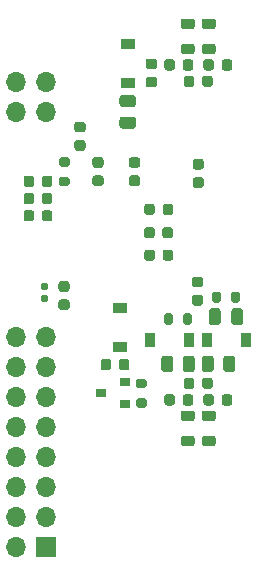
<source format=gbr>
%TF.GenerationSoftware,KiCad,Pcbnew,(5.1.9)-1*%
%TF.CreationDate,2021-07-06T15:26:55+07:00*%
%TF.ProjectId,A2B,4132422e-6b69-4636-9164-5f7063625858,2*%
%TF.SameCoordinates,Original*%
%TF.FileFunction,Soldermask,Bot*%
%TF.FilePolarity,Negative*%
%FSLAX46Y46*%
G04 Gerber Fmt 4.6, Leading zero omitted, Abs format (unit mm)*
G04 Created by KiCad (PCBNEW (5.1.9)-1) date 2021-07-06 15:26:55*
%MOMM*%
%LPD*%
G01*
G04 APERTURE LIST*
%ADD10O,1.700000X1.700000*%
%ADD11R,1.700000X1.700000*%
%ADD12R,1.200000X0.900000*%
%ADD13R,0.900000X0.800000*%
%ADD14R,0.900000X1.200000*%
G04 APERTURE END LIST*
D10*
%TO.C,D3*%
X115265200Y-53505100D03*
X112725200Y-53505100D03*
X115265200Y-50965100D03*
X112725200Y-50965100D03*
D11*
X115265200Y-90335100D03*
D10*
X112725200Y-90335100D03*
X115265200Y-87795100D03*
X112725200Y-87795100D03*
X115265200Y-85255100D03*
X112725200Y-85255100D03*
X115265200Y-82715100D03*
X112725200Y-82715100D03*
X115265200Y-80175100D03*
X112725200Y-80175100D03*
X115265200Y-77635100D03*
X112725200Y-77635100D03*
X115265200Y-75095100D03*
X112725200Y-75095100D03*
X115265200Y-72555100D03*
X112725200Y-72555100D03*
%TD*%
%TO.C,C1*%
G36*
G01*
X113346500Y-59595500D02*
X113346500Y-59095500D01*
G75*
G02*
X113571500Y-58870500I225000J0D01*
G01*
X114021500Y-58870500D01*
G75*
G02*
X114246500Y-59095500I0J-225000D01*
G01*
X114246500Y-59595500D01*
G75*
G02*
X114021500Y-59820500I-225000J0D01*
G01*
X113571500Y-59820500D01*
G75*
G02*
X113346500Y-59595500I0J225000D01*
G01*
G37*
G36*
G01*
X114896500Y-59595500D02*
X114896500Y-59095500D01*
G75*
G02*
X115121500Y-58870500I225000J0D01*
G01*
X115571500Y-58870500D01*
G75*
G02*
X115796500Y-59095500I0J-225000D01*
G01*
X115796500Y-59595500D01*
G75*
G02*
X115571500Y-59820500I-225000J0D01*
G01*
X115121500Y-59820500D01*
G75*
G02*
X114896500Y-59595500I0J225000D01*
G01*
G37*
%TD*%
%TO.C,C3*%
G36*
G01*
X113346500Y-62516500D02*
X113346500Y-62016500D01*
G75*
G02*
X113571500Y-61791500I225000J0D01*
G01*
X114021500Y-61791500D01*
G75*
G02*
X114246500Y-62016500I0J-225000D01*
G01*
X114246500Y-62516500D01*
G75*
G02*
X114021500Y-62741500I-225000J0D01*
G01*
X113571500Y-62741500D01*
G75*
G02*
X113346500Y-62516500I0J225000D01*
G01*
G37*
G36*
G01*
X114896500Y-62516500D02*
X114896500Y-62016500D01*
G75*
G02*
X115121500Y-61791500I225000J0D01*
G01*
X115571500Y-61791500D01*
G75*
G02*
X115796500Y-62016500I0J-225000D01*
G01*
X115796500Y-62516500D01*
G75*
G02*
X115571500Y-62741500I-225000J0D01*
G01*
X115121500Y-62741500D01*
G75*
G02*
X114896500Y-62516500I0J225000D01*
G01*
G37*
%TD*%
%TO.C,C8*%
G36*
G01*
X113346500Y-61056000D02*
X113346500Y-60556000D01*
G75*
G02*
X113571500Y-60331000I225000J0D01*
G01*
X114021500Y-60331000D01*
G75*
G02*
X114246500Y-60556000I0J-225000D01*
G01*
X114246500Y-61056000D01*
G75*
G02*
X114021500Y-61281000I-225000J0D01*
G01*
X113571500Y-61281000D01*
G75*
G02*
X113346500Y-61056000I0J225000D01*
G01*
G37*
G36*
G01*
X114896500Y-61056000D02*
X114896500Y-60556000D01*
G75*
G02*
X115121500Y-60331000I225000J0D01*
G01*
X115571500Y-60331000D01*
G75*
G02*
X115796500Y-60556000I0J-225000D01*
G01*
X115796500Y-61056000D01*
G75*
G02*
X115571500Y-61281000I-225000J0D01*
G01*
X115121500Y-61281000D01*
G75*
G02*
X114896500Y-61056000I0J225000D01*
G01*
G37*
%TD*%
%TO.C,C9*%
G36*
G01*
X117026500Y-68699500D02*
X116526500Y-68699500D01*
G75*
G02*
X116301500Y-68474500I0J225000D01*
G01*
X116301500Y-68024500D01*
G75*
G02*
X116526500Y-67799500I225000J0D01*
G01*
X117026500Y-67799500D01*
G75*
G02*
X117251500Y-68024500I0J-225000D01*
G01*
X117251500Y-68474500D01*
G75*
G02*
X117026500Y-68699500I-225000J0D01*
G01*
G37*
G36*
G01*
X117026500Y-70249500D02*
X116526500Y-70249500D01*
G75*
G02*
X116301500Y-70024500I0J225000D01*
G01*
X116301500Y-69574500D01*
G75*
G02*
X116526500Y-69349500I225000J0D01*
G01*
X117026500Y-69349500D01*
G75*
G02*
X117251500Y-69574500I0J-225000D01*
G01*
X117251500Y-70024500D01*
G75*
G02*
X117026500Y-70249500I-225000J0D01*
G01*
G37*
%TD*%
%TO.C,C20*%
G36*
G01*
X126002500Y-63440500D02*
X126002500Y-63940500D01*
G75*
G02*
X125777500Y-64165500I-225000J0D01*
G01*
X125327500Y-64165500D01*
G75*
G02*
X125102500Y-63940500I0J225000D01*
G01*
X125102500Y-63440500D01*
G75*
G02*
X125327500Y-63215500I225000J0D01*
G01*
X125777500Y-63215500D01*
G75*
G02*
X126002500Y-63440500I0J-225000D01*
G01*
G37*
G36*
G01*
X124452500Y-63440500D02*
X124452500Y-63940500D01*
G75*
G02*
X124227500Y-64165500I-225000J0D01*
G01*
X123777500Y-64165500D01*
G75*
G02*
X123552500Y-63940500I0J225000D01*
G01*
X123552500Y-63440500D01*
G75*
G02*
X123777500Y-63215500I225000J0D01*
G01*
X124227500Y-63215500D01*
G75*
G02*
X124452500Y-63440500I0J-225000D01*
G01*
G37*
%TD*%
%TO.C,C21*%
G36*
G01*
X123570000Y-61972000D02*
X123570000Y-61472000D01*
G75*
G02*
X123795000Y-61247000I225000J0D01*
G01*
X124245000Y-61247000D01*
G75*
G02*
X124470000Y-61472000I0J-225000D01*
G01*
X124470000Y-61972000D01*
G75*
G02*
X124245000Y-62197000I-225000J0D01*
G01*
X123795000Y-62197000D01*
G75*
G02*
X123570000Y-61972000I0J225000D01*
G01*
G37*
G36*
G01*
X125120000Y-61972000D02*
X125120000Y-61472000D01*
G75*
G02*
X125345000Y-61247000I225000J0D01*
G01*
X125795000Y-61247000D01*
G75*
G02*
X126020000Y-61472000I0J-225000D01*
G01*
X126020000Y-61972000D01*
G75*
G02*
X125795000Y-62197000I-225000J0D01*
G01*
X125345000Y-62197000D01*
G75*
G02*
X125120000Y-61972000I0J225000D01*
G01*
G37*
%TD*%
%TO.C,C22*%
G36*
G01*
X126020000Y-65345500D02*
X126020000Y-65845500D01*
G75*
G02*
X125795000Y-66070500I-225000J0D01*
G01*
X125345000Y-66070500D01*
G75*
G02*
X125120000Y-65845500I0J225000D01*
G01*
X125120000Y-65345500D01*
G75*
G02*
X125345000Y-65120500I225000J0D01*
G01*
X125795000Y-65120500D01*
G75*
G02*
X126020000Y-65345500I0J-225000D01*
G01*
G37*
G36*
G01*
X124470000Y-65345500D02*
X124470000Y-65845500D01*
G75*
G02*
X124245000Y-66070500I-225000J0D01*
G01*
X123795000Y-66070500D01*
G75*
G02*
X123570000Y-65845500I0J225000D01*
G01*
X123570000Y-65345500D01*
G75*
G02*
X123795000Y-65120500I225000J0D01*
G01*
X124245000Y-65120500D01*
G75*
G02*
X124470000Y-65345500I0J-225000D01*
G01*
G37*
%TD*%
%TO.C,C23*%
G36*
G01*
X119401500Y-57295000D02*
X119901500Y-57295000D01*
G75*
G02*
X120126500Y-57520000I0J-225000D01*
G01*
X120126500Y-57970000D01*
G75*
G02*
X119901500Y-58195000I-225000J0D01*
G01*
X119401500Y-58195000D01*
G75*
G02*
X119176500Y-57970000I0J225000D01*
G01*
X119176500Y-57520000D01*
G75*
G02*
X119401500Y-57295000I225000J0D01*
G01*
G37*
G36*
G01*
X119401500Y-58845000D02*
X119901500Y-58845000D01*
G75*
G02*
X120126500Y-59070000I0J-225000D01*
G01*
X120126500Y-59520000D01*
G75*
G02*
X119901500Y-59745000I-225000J0D01*
G01*
X119401500Y-59745000D01*
G75*
G02*
X119176500Y-59520000I0J225000D01*
G01*
X119176500Y-59070000D01*
G75*
G02*
X119401500Y-58845000I225000J0D01*
G01*
G37*
%TD*%
%TO.C,C24*%
G36*
G01*
X122495500Y-57295000D02*
X122995500Y-57295000D01*
G75*
G02*
X123220500Y-57520000I0J-225000D01*
G01*
X123220500Y-57970000D01*
G75*
G02*
X122995500Y-58195000I-225000J0D01*
G01*
X122495500Y-58195000D01*
G75*
G02*
X122270500Y-57970000I0J225000D01*
G01*
X122270500Y-57520000D01*
G75*
G02*
X122495500Y-57295000I225000J0D01*
G01*
G37*
G36*
G01*
X122495500Y-58845000D02*
X122995500Y-58845000D01*
G75*
G02*
X123220500Y-59070000I0J-225000D01*
G01*
X123220500Y-59520000D01*
G75*
G02*
X122995500Y-59745000I-225000J0D01*
G01*
X122495500Y-59745000D01*
G75*
G02*
X122270500Y-59520000I0J225000D01*
G01*
X122270500Y-59070000D01*
G75*
G02*
X122495500Y-58845000I225000J0D01*
G01*
G37*
%TD*%
%TO.C,C26*%
G36*
G01*
X123921000Y-48949500D02*
X124421000Y-48949500D01*
G75*
G02*
X124646000Y-49174500I0J-225000D01*
G01*
X124646000Y-49624500D01*
G75*
G02*
X124421000Y-49849500I-225000J0D01*
G01*
X123921000Y-49849500D01*
G75*
G02*
X123696000Y-49624500I0J225000D01*
G01*
X123696000Y-49174500D01*
G75*
G02*
X123921000Y-48949500I225000J0D01*
G01*
G37*
G36*
G01*
X123921000Y-50499500D02*
X124421000Y-50499500D01*
G75*
G02*
X124646000Y-50724500I0J-225000D01*
G01*
X124646000Y-51174500D01*
G75*
G02*
X124421000Y-51399500I-225000J0D01*
G01*
X123921000Y-51399500D01*
G75*
G02*
X123696000Y-51174500I0J225000D01*
G01*
X123696000Y-50724500D01*
G75*
G02*
X123921000Y-50499500I225000J0D01*
G01*
G37*
%TD*%
%TO.C,C27*%
G36*
G01*
X118377500Y-56760500D02*
X117877500Y-56760500D01*
G75*
G02*
X117652500Y-56535500I0J225000D01*
G01*
X117652500Y-56085500D01*
G75*
G02*
X117877500Y-55860500I225000J0D01*
G01*
X118377500Y-55860500D01*
G75*
G02*
X118602500Y-56085500I0J-225000D01*
G01*
X118602500Y-56535500D01*
G75*
G02*
X118377500Y-56760500I-225000J0D01*
G01*
G37*
G36*
G01*
X118377500Y-55210500D02*
X117877500Y-55210500D01*
G75*
G02*
X117652500Y-54985500I0J225000D01*
G01*
X117652500Y-54535500D01*
G75*
G02*
X117877500Y-54310500I225000J0D01*
G01*
X118377500Y-54310500D01*
G75*
G02*
X118602500Y-54535500I0J-225000D01*
G01*
X118602500Y-54985500D01*
G75*
G02*
X118377500Y-55210500I-225000J0D01*
G01*
G37*
%TD*%
%TO.C,C28*%
G36*
G01*
X127893000Y-58999000D02*
X128393000Y-58999000D01*
G75*
G02*
X128618000Y-59224000I0J-225000D01*
G01*
X128618000Y-59674000D01*
G75*
G02*
X128393000Y-59899000I-225000J0D01*
G01*
X127893000Y-59899000D01*
G75*
G02*
X127668000Y-59674000I0J225000D01*
G01*
X127668000Y-59224000D01*
G75*
G02*
X127893000Y-58999000I225000J0D01*
G01*
G37*
G36*
G01*
X127893000Y-57449000D02*
X128393000Y-57449000D01*
G75*
G02*
X128618000Y-57674000I0J-225000D01*
G01*
X128618000Y-58124000D01*
G75*
G02*
X128393000Y-58349000I-225000J0D01*
G01*
X127893000Y-58349000D01*
G75*
G02*
X127668000Y-58124000I0J225000D01*
G01*
X127668000Y-57674000D01*
G75*
G02*
X127893000Y-57449000I225000J0D01*
G01*
G37*
%TD*%
%TO.C,C29*%
G36*
G01*
X128329500Y-68318500D02*
X127829500Y-68318500D01*
G75*
G02*
X127604500Y-68093500I0J225000D01*
G01*
X127604500Y-67643500D01*
G75*
G02*
X127829500Y-67418500I225000J0D01*
G01*
X128329500Y-67418500D01*
G75*
G02*
X128554500Y-67643500I0J-225000D01*
G01*
X128554500Y-68093500D01*
G75*
G02*
X128329500Y-68318500I-225000J0D01*
G01*
G37*
G36*
G01*
X128329500Y-69868500D02*
X127829500Y-69868500D01*
G75*
G02*
X127604500Y-69643500I0J225000D01*
G01*
X127604500Y-69193500D01*
G75*
G02*
X127829500Y-68968500I225000J0D01*
G01*
X128329500Y-68968500D01*
G75*
G02*
X128554500Y-69193500I0J-225000D01*
G01*
X128554500Y-69643500D01*
G75*
G02*
X128329500Y-69868500I-225000J0D01*
G01*
G37*
%TD*%
%TO.C,C45*%
G36*
G01*
X125267000Y-49737000D02*
X125267000Y-49237000D01*
G75*
G02*
X125492000Y-49012000I225000J0D01*
G01*
X125942000Y-49012000D01*
G75*
G02*
X126167000Y-49237000I0J-225000D01*
G01*
X126167000Y-49737000D01*
G75*
G02*
X125942000Y-49962000I-225000J0D01*
G01*
X125492000Y-49962000D01*
G75*
G02*
X125267000Y-49737000I0J225000D01*
G01*
G37*
G36*
G01*
X126817000Y-49737000D02*
X126817000Y-49237000D01*
G75*
G02*
X127042000Y-49012000I225000J0D01*
G01*
X127492000Y-49012000D01*
G75*
G02*
X127717000Y-49237000I0J-225000D01*
G01*
X127717000Y-49737000D01*
G75*
G02*
X127492000Y-49962000I-225000J0D01*
G01*
X127042000Y-49962000D01*
G75*
G02*
X126817000Y-49737000I0J225000D01*
G01*
G37*
%TD*%
%TO.C,C48*%
G36*
G01*
X129469000Y-49237000D02*
X129469000Y-49737000D01*
G75*
G02*
X129244000Y-49962000I-225000J0D01*
G01*
X128794000Y-49962000D01*
G75*
G02*
X128569000Y-49737000I0J225000D01*
G01*
X128569000Y-49237000D01*
G75*
G02*
X128794000Y-49012000I225000J0D01*
G01*
X129244000Y-49012000D01*
G75*
G02*
X129469000Y-49237000I0J-225000D01*
G01*
G37*
G36*
G01*
X131019000Y-49237000D02*
X131019000Y-49737000D01*
G75*
G02*
X130794000Y-49962000I-225000J0D01*
G01*
X130344000Y-49962000D01*
G75*
G02*
X130119000Y-49737000I0J225000D01*
G01*
X130119000Y-49237000D01*
G75*
G02*
X130344000Y-49012000I225000J0D01*
G01*
X130794000Y-49012000D01*
G75*
G02*
X131019000Y-49237000I0J-225000D01*
G01*
G37*
%TD*%
%TO.C,C49*%
G36*
G01*
X126918000Y-76704000D02*
X126918000Y-76204000D01*
G75*
G02*
X127143000Y-75979000I225000J0D01*
G01*
X127593000Y-75979000D01*
G75*
G02*
X127818000Y-76204000I0J-225000D01*
G01*
X127818000Y-76704000D01*
G75*
G02*
X127593000Y-76929000I-225000J0D01*
G01*
X127143000Y-76929000D01*
G75*
G02*
X126918000Y-76704000I0J225000D01*
G01*
G37*
G36*
G01*
X128468000Y-76704000D02*
X128468000Y-76204000D01*
G75*
G02*
X128693000Y-75979000I225000J0D01*
G01*
X129143000Y-75979000D01*
G75*
G02*
X129368000Y-76204000I0J-225000D01*
G01*
X129368000Y-76704000D01*
G75*
G02*
X129143000Y-76929000I-225000J0D01*
G01*
X128693000Y-76929000D01*
G75*
G02*
X128468000Y-76704000I0J225000D01*
G01*
G37*
%TD*%
%TO.C,C50*%
G36*
G01*
X129368000Y-50634000D02*
X129368000Y-51134000D01*
G75*
G02*
X129143000Y-51359000I-225000J0D01*
G01*
X128693000Y-51359000D01*
G75*
G02*
X128468000Y-51134000I0J225000D01*
G01*
X128468000Y-50634000D01*
G75*
G02*
X128693000Y-50409000I225000J0D01*
G01*
X129143000Y-50409000D01*
G75*
G02*
X129368000Y-50634000I0J-225000D01*
G01*
G37*
G36*
G01*
X127818000Y-50634000D02*
X127818000Y-51134000D01*
G75*
G02*
X127593000Y-51359000I-225000J0D01*
G01*
X127143000Y-51359000D01*
G75*
G02*
X126918000Y-51134000I0J225000D01*
G01*
X126918000Y-50634000D01*
G75*
G02*
X127143000Y-50409000I225000J0D01*
G01*
X127593000Y-50409000D01*
G75*
G02*
X127818000Y-50634000I0J-225000D01*
G01*
G37*
%TD*%
D12*
%TO.C,D2*%
X122202500Y-50999000D03*
X122202500Y-47699000D03*
%TD*%
%TO.C,FB1*%
G36*
G01*
X114953000Y-68960500D02*
X115298000Y-68960500D01*
G75*
G02*
X115445500Y-69108000I0J-147500D01*
G01*
X115445500Y-69403000D01*
G75*
G02*
X115298000Y-69550500I-147500J0D01*
G01*
X114953000Y-69550500D01*
G75*
G02*
X114805500Y-69403000I0J147500D01*
G01*
X114805500Y-69108000D01*
G75*
G02*
X114953000Y-68960500I147500J0D01*
G01*
G37*
G36*
G01*
X114953000Y-67990500D02*
X115298000Y-67990500D01*
G75*
G02*
X115445500Y-68138000I0J-147500D01*
G01*
X115445500Y-68433000D01*
G75*
G02*
X115298000Y-68580500I-147500J0D01*
G01*
X114953000Y-68580500D01*
G75*
G02*
X114805500Y-68433000I0J147500D01*
G01*
X114805500Y-68138000D01*
G75*
G02*
X114953000Y-67990500I147500J0D01*
G01*
G37*
%TD*%
%TO.C,L7*%
G36*
G01*
X129413250Y-79639000D02*
X128650750Y-79639000D01*
G75*
G02*
X128432000Y-79420250I0J218750D01*
G01*
X128432000Y-78982750D01*
G75*
G02*
X128650750Y-78764000I218750J0D01*
G01*
X129413250Y-78764000D01*
G75*
G02*
X129632000Y-78982750I0J-218750D01*
G01*
X129632000Y-79420250D01*
G75*
G02*
X129413250Y-79639000I-218750J0D01*
G01*
G37*
G36*
G01*
X129413250Y-81764000D02*
X128650750Y-81764000D01*
G75*
G02*
X128432000Y-81545250I0J218750D01*
G01*
X128432000Y-81107750D01*
G75*
G02*
X128650750Y-80889000I218750J0D01*
G01*
X129413250Y-80889000D01*
G75*
G02*
X129632000Y-81107750I0J-218750D01*
G01*
X129632000Y-81545250D01*
G75*
G02*
X129413250Y-81764000I-218750J0D01*
G01*
G37*
%TD*%
%TO.C,L8*%
G36*
G01*
X126872750Y-78764000D02*
X127635250Y-78764000D01*
G75*
G02*
X127854000Y-78982750I0J-218750D01*
G01*
X127854000Y-79420250D01*
G75*
G02*
X127635250Y-79639000I-218750J0D01*
G01*
X126872750Y-79639000D01*
G75*
G02*
X126654000Y-79420250I0J218750D01*
G01*
X126654000Y-78982750D01*
G75*
G02*
X126872750Y-78764000I218750J0D01*
G01*
G37*
G36*
G01*
X126872750Y-80889000D02*
X127635250Y-80889000D01*
G75*
G02*
X127854000Y-81107750I0J-218750D01*
G01*
X127854000Y-81545250D01*
G75*
G02*
X127635250Y-81764000I-218750J0D01*
G01*
X126872750Y-81764000D01*
G75*
G02*
X126654000Y-81545250I0J218750D01*
G01*
X126654000Y-81107750D01*
G75*
G02*
X126872750Y-80889000I218750J0D01*
G01*
G37*
%TD*%
%TO.C,L9*%
G36*
G01*
X126872750Y-45574000D02*
X127635250Y-45574000D01*
G75*
G02*
X127854000Y-45792750I0J-218750D01*
G01*
X127854000Y-46230250D01*
G75*
G02*
X127635250Y-46449000I-218750J0D01*
G01*
X126872750Y-46449000D01*
G75*
G02*
X126654000Y-46230250I0J218750D01*
G01*
X126654000Y-45792750D01*
G75*
G02*
X126872750Y-45574000I218750J0D01*
G01*
G37*
G36*
G01*
X126872750Y-47699000D02*
X127635250Y-47699000D01*
G75*
G02*
X127854000Y-47917750I0J-218750D01*
G01*
X127854000Y-48355250D01*
G75*
G02*
X127635250Y-48574000I-218750J0D01*
G01*
X126872750Y-48574000D01*
G75*
G02*
X126654000Y-48355250I0J218750D01*
G01*
X126654000Y-47917750D01*
G75*
G02*
X126872750Y-47699000I218750J0D01*
G01*
G37*
%TD*%
%TO.C,L10*%
G36*
G01*
X129413250Y-46449000D02*
X128650750Y-46449000D01*
G75*
G02*
X128432000Y-46230250I0J218750D01*
G01*
X128432000Y-45792750D01*
G75*
G02*
X128650750Y-45574000I218750J0D01*
G01*
X129413250Y-45574000D01*
G75*
G02*
X129632000Y-45792750I0J-218750D01*
G01*
X129632000Y-46230250D01*
G75*
G02*
X129413250Y-46449000I-218750J0D01*
G01*
G37*
G36*
G01*
X129413250Y-48574000D02*
X128650750Y-48574000D01*
G75*
G02*
X128432000Y-48355250I0J218750D01*
G01*
X128432000Y-47917750D01*
G75*
G02*
X128650750Y-47699000I218750J0D01*
G01*
X129413250Y-47699000D01*
G75*
G02*
X129632000Y-47917750I0J-218750D01*
G01*
X129632000Y-48355250D01*
G75*
G02*
X129413250Y-48574000I-218750J0D01*
G01*
G37*
%TD*%
%TO.C,R7*%
G36*
G01*
X117069000Y-59745000D02*
X116519000Y-59745000D01*
G75*
G02*
X116319000Y-59545000I0J200000D01*
G01*
X116319000Y-59145000D01*
G75*
G02*
X116519000Y-58945000I200000J0D01*
G01*
X117069000Y-58945000D01*
G75*
G02*
X117269000Y-59145000I0J-200000D01*
G01*
X117269000Y-59545000D01*
G75*
G02*
X117069000Y-59745000I-200000J0D01*
G01*
G37*
G36*
G01*
X117069000Y-58095000D02*
X116519000Y-58095000D01*
G75*
G02*
X116319000Y-57895000I0J200000D01*
G01*
X116319000Y-57495000D01*
G75*
G02*
X116519000Y-57295000I200000J0D01*
G01*
X117069000Y-57295000D01*
G75*
G02*
X117269000Y-57495000I0J-200000D01*
G01*
X117269000Y-57895000D01*
G75*
G02*
X117069000Y-58095000I-200000J0D01*
G01*
G37*
%TD*%
%TO.C,R12*%
G36*
G01*
X121723998Y-52042000D02*
X122624002Y-52042000D01*
G75*
G02*
X122874000Y-52291998I0J-249998D01*
G01*
X122874000Y-52817002D01*
G75*
G02*
X122624002Y-53067000I-249998J0D01*
G01*
X121723998Y-53067000D01*
G75*
G02*
X121474000Y-52817002I0J249998D01*
G01*
X121474000Y-52291998D01*
G75*
G02*
X121723998Y-52042000I249998J0D01*
G01*
G37*
G36*
G01*
X121723998Y-53867000D02*
X122624002Y-53867000D01*
G75*
G02*
X122874000Y-54116998I0J-249998D01*
G01*
X122874000Y-54642002D01*
G75*
G02*
X122624002Y-54892000I-249998J0D01*
G01*
X121723998Y-54892000D01*
G75*
G02*
X121474000Y-54642002I0J249998D01*
G01*
X121474000Y-54116998D01*
G75*
G02*
X121723998Y-53867000I249998J0D01*
G01*
G37*
%TD*%
%TO.C,C2*%
G36*
G01*
X122319500Y-74616500D02*
X122319500Y-75116500D01*
G75*
G02*
X122094500Y-75341500I-225000J0D01*
G01*
X121644500Y-75341500D01*
G75*
G02*
X121419500Y-75116500I0J225000D01*
G01*
X121419500Y-74616500D01*
G75*
G02*
X121644500Y-74391500I225000J0D01*
G01*
X122094500Y-74391500D01*
G75*
G02*
X122319500Y-74616500I0J-225000D01*
G01*
G37*
G36*
G01*
X120769500Y-74616500D02*
X120769500Y-75116500D01*
G75*
G02*
X120544500Y-75341500I-225000J0D01*
G01*
X120094500Y-75341500D01*
G75*
G02*
X119869500Y-75116500I0J225000D01*
G01*
X119869500Y-74616500D01*
G75*
G02*
X120094500Y-74391500I225000J0D01*
G01*
X120544500Y-74391500D01*
G75*
G02*
X120769500Y-74616500I0J-225000D01*
G01*
G37*
%TD*%
%TO.C,C4*%
G36*
G01*
X129469000Y-77601000D02*
X129469000Y-78101000D01*
G75*
G02*
X129244000Y-78326000I-225000J0D01*
G01*
X128794000Y-78326000D01*
G75*
G02*
X128569000Y-78101000I0J225000D01*
G01*
X128569000Y-77601000D01*
G75*
G02*
X128794000Y-77376000I225000J0D01*
G01*
X129244000Y-77376000D01*
G75*
G02*
X129469000Y-77601000I0J-225000D01*
G01*
G37*
G36*
G01*
X131019000Y-77601000D02*
X131019000Y-78101000D01*
G75*
G02*
X130794000Y-78326000I-225000J0D01*
G01*
X130344000Y-78326000D01*
G75*
G02*
X130119000Y-78101000I0J225000D01*
G01*
X130119000Y-77601000D01*
G75*
G02*
X130344000Y-77376000I225000J0D01*
G01*
X130794000Y-77376000D01*
G75*
G02*
X131019000Y-77601000I0J-225000D01*
G01*
G37*
%TD*%
%TO.C,C5*%
G36*
G01*
X125267000Y-78101000D02*
X125267000Y-77601000D01*
G75*
G02*
X125492000Y-77376000I225000J0D01*
G01*
X125942000Y-77376000D01*
G75*
G02*
X126167000Y-77601000I0J-225000D01*
G01*
X126167000Y-78101000D01*
G75*
G02*
X125942000Y-78326000I-225000J0D01*
G01*
X125492000Y-78326000D01*
G75*
G02*
X125267000Y-78101000I0J225000D01*
G01*
G37*
G36*
G01*
X126817000Y-78101000D02*
X126817000Y-77601000D01*
G75*
G02*
X127042000Y-77376000I225000J0D01*
G01*
X127492000Y-77376000D01*
G75*
G02*
X127717000Y-77601000I0J-225000D01*
G01*
X127717000Y-78101000D01*
G75*
G02*
X127492000Y-78326000I-225000J0D01*
G01*
X127042000Y-78326000D01*
G75*
G02*
X126817000Y-78101000I0J225000D01*
G01*
G37*
%TD*%
%TO.C,C6*%
G36*
G01*
X129042500Y-71277500D02*
X129042500Y-70327500D01*
G75*
G02*
X129292500Y-70077500I250000J0D01*
G01*
X129792500Y-70077500D01*
G75*
G02*
X130042500Y-70327500I0J-250000D01*
G01*
X130042500Y-71277500D01*
G75*
G02*
X129792500Y-71527500I-250000J0D01*
G01*
X129292500Y-71527500D01*
G75*
G02*
X129042500Y-71277500I0J250000D01*
G01*
G37*
G36*
G01*
X130942500Y-71277500D02*
X130942500Y-70327500D01*
G75*
G02*
X131192500Y-70077500I250000J0D01*
G01*
X131692500Y-70077500D01*
G75*
G02*
X131942500Y-70327500I0J-250000D01*
G01*
X131942500Y-71277500D01*
G75*
G02*
X131692500Y-71527500I-250000J0D01*
G01*
X131192500Y-71527500D01*
G75*
G02*
X130942500Y-71277500I0J250000D01*
G01*
G37*
%TD*%
D13*
%TO.C,Q2*%
X121904000Y-76329500D03*
X121904000Y-78229500D03*
X119904000Y-77279500D03*
%TD*%
%TO.C,R18*%
G36*
G01*
X123042000Y-77704500D02*
X123592000Y-77704500D01*
G75*
G02*
X123792000Y-77904500I0J-200000D01*
G01*
X123792000Y-78304500D01*
G75*
G02*
X123592000Y-78504500I-200000J0D01*
G01*
X123042000Y-78504500D01*
G75*
G02*
X122842000Y-78304500I0J200000D01*
G01*
X122842000Y-77904500D01*
G75*
G02*
X123042000Y-77704500I200000J0D01*
G01*
G37*
G36*
G01*
X123042000Y-76054500D02*
X123592000Y-76054500D01*
G75*
G02*
X123792000Y-76254500I0J-200000D01*
G01*
X123792000Y-76654500D01*
G75*
G02*
X123592000Y-76854500I-200000J0D01*
G01*
X123042000Y-76854500D01*
G75*
G02*
X122842000Y-76654500I0J200000D01*
G01*
X122842000Y-76254500D01*
G75*
G02*
X123042000Y-76054500I200000J0D01*
G01*
G37*
%TD*%
%TO.C,R19*%
G36*
G01*
X127653500Y-70718000D02*
X127653500Y-71268000D01*
G75*
G02*
X127453500Y-71468000I-200000J0D01*
G01*
X127053500Y-71468000D01*
G75*
G02*
X126853500Y-71268000I0J200000D01*
G01*
X126853500Y-70718000D01*
G75*
G02*
X127053500Y-70518000I200000J0D01*
G01*
X127453500Y-70518000D01*
G75*
G02*
X127653500Y-70718000I0J-200000D01*
G01*
G37*
G36*
G01*
X126003500Y-70718000D02*
X126003500Y-71268000D01*
G75*
G02*
X125803500Y-71468000I-200000J0D01*
G01*
X125403500Y-71468000D01*
G75*
G02*
X125203500Y-71268000I0J200000D01*
G01*
X125203500Y-70718000D01*
G75*
G02*
X125403500Y-70518000I200000J0D01*
G01*
X125803500Y-70518000D01*
G75*
G02*
X126003500Y-70718000I0J-200000D01*
G01*
G37*
%TD*%
%TO.C,R20*%
G36*
G01*
X130257500Y-75253002D02*
X130257500Y-74352998D01*
G75*
G02*
X130507498Y-74103000I249998J0D01*
G01*
X131032502Y-74103000D01*
G75*
G02*
X131282500Y-74352998I0J-249998D01*
G01*
X131282500Y-75253002D01*
G75*
G02*
X131032502Y-75503000I-249998J0D01*
G01*
X130507498Y-75503000D01*
G75*
G02*
X130257500Y-75253002I0J249998D01*
G01*
G37*
G36*
G01*
X128432500Y-75253002D02*
X128432500Y-74352998D01*
G75*
G02*
X128682498Y-74103000I249998J0D01*
G01*
X129207502Y-74103000D01*
G75*
G02*
X129457500Y-74352998I0J-249998D01*
G01*
X129457500Y-75253002D01*
G75*
G02*
X129207502Y-75503000I-249998J0D01*
G01*
X128682498Y-75503000D01*
G75*
G02*
X128432500Y-75253002I0J249998D01*
G01*
G37*
%TD*%
%TO.C,R21*%
G36*
G01*
X125003500Y-75253002D02*
X125003500Y-74352998D01*
G75*
G02*
X125253498Y-74103000I249998J0D01*
G01*
X125778502Y-74103000D01*
G75*
G02*
X126028500Y-74352998I0J-249998D01*
G01*
X126028500Y-75253002D01*
G75*
G02*
X125778502Y-75503000I-249998J0D01*
G01*
X125253498Y-75503000D01*
G75*
G02*
X125003500Y-75253002I0J249998D01*
G01*
G37*
G36*
G01*
X126828500Y-75253002D02*
X126828500Y-74352998D01*
G75*
G02*
X127078498Y-74103000I249998J0D01*
G01*
X127603502Y-74103000D01*
G75*
G02*
X127853500Y-74352998I0J-249998D01*
G01*
X127853500Y-75253002D01*
G75*
G02*
X127603502Y-75503000I-249998J0D01*
G01*
X127078498Y-75503000D01*
G75*
G02*
X126828500Y-75253002I0J249998D01*
G01*
G37*
%TD*%
%TO.C,R22*%
G36*
G01*
X129267500Y-69426500D02*
X129267500Y-68876500D01*
G75*
G02*
X129467500Y-68676500I200000J0D01*
G01*
X129867500Y-68676500D01*
G75*
G02*
X130067500Y-68876500I0J-200000D01*
G01*
X130067500Y-69426500D01*
G75*
G02*
X129867500Y-69626500I-200000J0D01*
G01*
X129467500Y-69626500D01*
G75*
G02*
X129267500Y-69426500I0J200000D01*
G01*
G37*
G36*
G01*
X130917500Y-69426500D02*
X130917500Y-68876500D01*
G75*
G02*
X131117500Y-68676500I200000J0D01*
G01*
X131517500Y-68676500D01*
G75*
G02*
X131717500Y-68876500I0J-200000D01*
G01*
X131717500Y-69426500D01*
G75*
G02*
X131517500Y-69626500I-200000J0D01*
G01*
X131117500Y-69626500D01*
G75*
G02*
X130917500Y-69426500I0J200000D01*
G01*
G37*
%TD*%
D12*
%TO.C,D4*%
X121539000Y-73405000D03*
X121539000Y-70105000D03*
%TD*%
D14*
%TO.C,D5*%
X127316500Y-72771000D03*
X124016500Y-72771000D03*
%TD*%
%TO.C,D6*%
X132142500Y-72771000D03*
X128842500Y-72771000D03*
%TD*%
M02*

</source>
